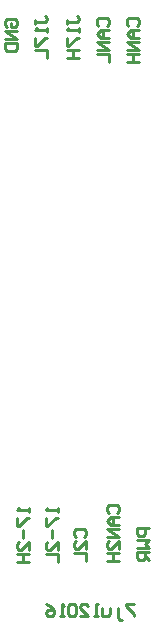
<source format=gbo>
%FSTAX23Y23*%
%MOIN*%
%SFA1B1*%

%IPPOS*%
%ADD22C,0.010000*%
%LNhvcape-1*%
%LPD*%
G54D22*
X0495Y02335D02*
Y02321D01*
Y02328*
X0491*
X04916Y02335*
X0491Y02301D02*
Y02275D01*
X04916*
X04943Y02301*
X0495*
X0493Y02261D02*
Y02235D01*
X0495Y02195D02*
Y02221D01*
X04923Y02195*
X04916*
X0491Y02201*
Y02215*
X04916Y02221*
X0491Y02181D02*
X0495D01*
X0493*
Y02155*
X0491*
X0495*
X05045Y02335D02*
Y02321D01*
Y02328*
X05005*
X05011Y02335*
X05005Y02301D02*
Y02275D01*
X05011*
X05038Y02301*
X05045*
X05025Y02261D02*
Y02235D01*
X05045Y02195D02*
Y02221D01*
X05018Y02195*
X05011*
X05005Y02201*
Y02215*
X05011Y02221*
X05005Y02181D02*
X05045D01*
Y02155*
X0497Y03948D02*
Y03961D01*
Y03955*
X05003*
X0501Y03961*
Y03968*
X05003Y03975*
X0501Y03935D02*
Y03921D01*
Y03928*
X0497*
X04976Y03935*
X0497Y03901D02*
Y03875D01*
X04976*
X05003Y03901*
X0501*
X0497Y03861D02*
X0501D01*
Y03835*
X05075Y03948D02*
Y03961D01*
Y03955*
X05108*
X05115Y03961*
Y03968*
X05108Y03975*
X05115Y03935D02*
Y03921D01*
Y03928*
X05075*
X05081Y03935*
X05075Y03901D02*
Y03875D01*
X05081*
X05108Y03901*
X05115*
X05075Y03861D02*
X05115D01*
X05095*
Y03835*
X05075*
X05115*
X05181Y03943D02*
X05175Y0395D01*
Y03963*
X05181Y0397*
X05208*
X05215Y03963*
Y0395*
X05208Y03943*
X05215Y0393D02*
X05188D01*
X05175Y03916*
X05188Y03903*
X05215*
X05195*
Y0393*
X05215Y0389D02*
X05175D01*
X05215Y03863*
X05175*
Y0385D02*
X05215D01*
Y03823*
X05281Y03943D02*
X05275Y0395D01*
Y03963*
X05281Y0397*
X05308*
X05315Y03963*
Y0395*
X05308Y03943*
X05315Y0393D02*
X05288D01*
X05275Y03916*
X05288Y03903*
X05315*
X05295*
Y0393*
X05315Y0389D02*
X05275D01*
X05315Y03863*
X05275*
Y0385D02*
X05315D01*
X05295*
Y03823*
X05275*
X05315*
X04876Y03938D02*
X0487Y03945D01*
Y03958*
X04876Y03965*
X04903*
X0491Y03958*
Y03945*
X04903Y03938*
X0489*
Y03951*
X0491Y03925D02*
X0487D01*
X0491Y03898*
X0487*
Y03885D02*
X0491D01*
Y03865*
X04903Y03858*
X04876*
X0487Y03865*
Y03885*
X05106Y02238D02*
X051Y02245D01*
Y02258*
X05106Y02265*
X05133*
X0514Y02258*
Y02245*
X05133Y02238*
X0514Y02198D02*
Y02225D01*
X05113Y02198*
X05106*
X051Y02205*
Y02218*
X05106Y02225*
X051Y02185D02*
X0514D01*
Y02158*
X05216Y02318D02*
X0521Y02325D01*
Y02338*
X05216Y02345*
X05243*
X0525Y02338*
Y02325*
X05243Y02318*
X0525Y02305D02*
X05223D01*
X0521Y02291*
X05223Y02278*
X0525*
X0523*
Y02305*
X0525Y02265D02*
X0521D01*
X0525Y02238*
X0521*
X0525Y02198D02*
Y02225D01*
X05223Y02198*
X05216*
X0521Y02205*
Y02218*
X05216Y02225*
X0521Y02185D02*
X0525D01*
X0523*
Y02158*
X0521*
X0525*
X0535Y0227D02*
X0531D01*
Y0225*
X05316Y02243*
X0533*
X05336Y0225*
Y0227*
X0531Y0223D02*
X0535D01*
X05336Y02216*
X0535Y02203*
X0531*
X0535Y0219D02*
X0531D01*
Y0217*
X05316Y02163*
X0533*
X05336Y0217*
Y0219*
Y02176D02*
X0535Y02163D01*
X053Y02015D02*
X05273D01*
Y02008*
X053Y01981*
Y01975*
X0526Y01961D02*
X05253D01*
X05246Y01968*
Y02001*
X0522D02*
Y01981D01*
X05213Y01975*
X05193*
Y02001*
X0518Y01975D02*
X05166D01*
X05173*
Y02015*
X0518*
X0512Y01975D02*
X05146D01*
X0512Y02001*
Y02008*
X05126Y02015*
X0514*
X05146Y02008*
X05106D02*
X051Y02015D01*
X05086*
X0508Y02008*
Y01981*
X05086Y01975*
X051*
X05106Y01981*
Y02008*
X05066Y01975D02*
X05053D01*
X0506*
Y02015*
X05066Y02008*
X05006Y02015D02*
X0502Y02008D01*
X05033Y01995*
Y01981*
X05026Y01975*
X05013*
X05006Y01981*
Y01988*
X05013Y01995*
X05033*
M02*
</source>
